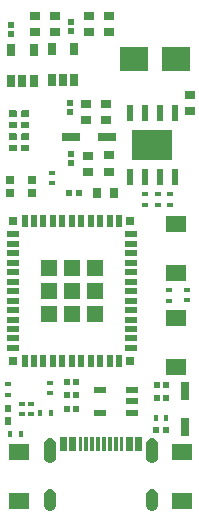
<source format=gtp>
G04*
G04 #@! TF.GenerationSoftware,Altium Limited,Altium Designer,24.6.1 (21)*
G04*
G04 Layer_Color=8421504*
%FSLAX25Y25*%
%MOIN*%
G70*
G04*
G04 #@! TF.SameCoordinates,1986151C-97A1-4A67-A93D-4D8E7053BCD9*
G04*
G04*
G04 #@! TF.FilePolarity,Positive*
G04*
G01*
G75*
%ADD19R,0.02756X0.02756*%
%ADD20R,0.01968X0.03937*%
%ADD21R,0.03937X0.01968*%
%ADD22R,0.02756X0.02756*%
%ADD23R,0.05709X0.05709*%
%ADD24R,0.07087X0.05315*%
%ADD25R,0.04134X0.02362*%
%ADD26R,0.02700X0.04000*%
%ADD27R,0.13386X0.09921*%
%ADD28R,0.02362X0.05709*%
%ADD29R,0.06299X0.03150*%
%ADD30R,0.02165X0.01772*%
%ADD31R,0.09252X0.08465*%
%ADD32R,0.03543X0.02756*%
%ADD33R,0.02047X0.02047*%
%ADD34R,0.02047X0.02047*%
%ADD35R,0.02756X0.03543*%
%ADD36R,0.01772X0.02165*%
%ADD37R,0.03150X0.06299*%
G36*
X20991Y150406D02*
Y148594D01*
X20833Y148437D01*
X18556D01*
X18398Y148594D01*
Y150406D01*
X18556Y150563D01*
X20833D01*
X20991Y150406D01*
D02*
G37*
G36*
X16839D02*
Y148594D01*
X16682Y148437D01*
X14404D01*
X14247Y148594D01*
Y150406D01*
X14404Y150563D01*
X16682D01*
X16839Y150406D01*
D02*
G37*
G36*
X20991Y146572D02*
Y144761D01*
X20833Y144604D01*
X18556D01*
X18398Y144761D01*
Y146572D01*
X18556Y146730D01*
X20833D01*
X20991Y146572D01*
D02*
G37*
G36*
X16839D02*
Y144761D01*
X16682Y144604D01*
X14404D01*
X14247Y144761D01*
Y146572D01*
X14404Y146730D01*
X16682D01*
X16839Y146572D01*
D02*
G37*
G36*
X20991Y142739D02*
Y140928D01*
X20833Y140770D01*
X18556D01*
X18398Y140928D01*
Y142739D01*
X18556Y142896D01*
X20833D01*
X20991Y142739D01*
D02*
G37*
G36*
X16839D02*
Y140928D01*
X16682Y140770D01*
X14404D01*
X14247Y140928D01*
Y142739D01*
X14404Y142896D01*
X16682D01*
X16839Y142739D01*
D02*
G37*
G36*
X20991Y138906D02*
Y137094D01*
X20833Y136937D01*
X18556D01*
X18398Y137094D01*
Y138906D01*
X18556Y139063D01*
X20833D01*
X20991Y138906D01*
D02*
G37*
G36*
X16839D02*
Y137094D01*
X16682Y136937D01*
X14404D01*
X14247Y137094D01*
Y138906D01*
X14404Y139063D01*
X16682D01*
X16839Y138906D01*
D02*
G37*
G36*
X15063Y52333D02*
Y50056D01*
X14906Y49898D01*
X13094D01*
X12937Y50056D01*
Y52333D01*
X13094Y52491D01*
X14906D01*
X15063Y52333D01*
D02*
G37*
G36*
Y48182D02*
Y45904D01*
X14906Y45747D01*
X13094D01*
X12937Y45904D01*
Y48182D01*
X13094Y48340D01*
X14906D01*
X15063Y48182D01*
D02*
G37*
G36*
X58779Y37037D02*
X56417D01*
Y41565D01*
X58779D01*
Y37037D01*
D02*
G37*
G36*
X55630D02*
X53268D01*
Y41565D01*
X55630D01*
Y37037D01*
D02*
G37*
G36*
X52480D02*
X51299D01*
Y41565D01*
X52480D01*
Y37037D01*
D02*
G37*
G36*
X50512D02*
X49330D01*
Y41565D01*
X50512D01*
Y37037D01*
D02*
G37*
G36*
X48543D02*
X47362D01*
Y41565D01*
X48543D01*
Y37037D01*
D02*
G37*
G36*
X46575D02*
X45393D01*
Y41565D01*
X46575D01*
Y37037D01*
D02*
G37*
G36*
X44606D02*
X43425D01*
Y41565D01*
X44606D01*
Y37037D01*
D02*
G37*
G36*
X42638D02*
X41456D01*
Y41565D01*
X42638D01*
Y37037D01*
D02*
G37*
G36*
X40669D02*
X39488D01*
Y41565D01*
X40669D01*
Y37037D01*
D02*
G37*
G36*
X38701D02*
X37519D01*
Y41565D01*
X38701D01*
Y37037D01*
D02*
G37*
G36*
X36732D02*
X34370D01*
Y41565D01*
X36732D01*
Y37037D01*
D02*
G37*
G36*
X33582D02*
X31220D01*
Y41565D01*
X33582D01*
Y37037D01*
D02*
G37*
G36*
X63123Y40871D02*
X63677Y40318D01*
X63977Y39594D01*
Y39202D01*
Y34872D01*
Y34480D01*
X63677Y33757D01*
X63123Y33203D01*
X62400Y32903D01*
X61616D01*
X60893Y33203D01*
X60339Y33757D01*
X60040Y34480D01*
Y34872D01*
Y39202D01*
Y39594D01*
X60339Y40318D01*
X60893Y40871D01*
X61616Y41171D01*
X62400D01*
X63123Y40871D01*
D02*
G37*
G36*
X29107D02*
X29661Y40318D01*
X29961Y39594D01*
Y39202D01*
Y34872D01*
Y34480D01*
X29661Y33757D01*
X29107Y33203D01*
X28384Y32903D01*
X27600D01*
X26877Y33203D01*
X26323Y33757D01*
X26024Y34480D01*
Y34872D01*
Y39202D01*
Y39594D01*
X26323Y40318D01*
X26877Y40871D01*
X27600Y41171D01*
X28384D01*
X29107Y40871D01*
D02*
G37*
G36*
X63123Y23943D02*
X63677Y23389D01*
X63977Y22666D01*
Y22274D01*
Y19124D01*
Y18733D01*
X63677Y18009D01*
X63123Y17456D01*
X62400Y17156D01*
X61616D01*
X60893Y17456D01*
X60339Y18009D01*
X60040Y18733D01*
Y19124D01*
Y22274D01*
Y22666D01*
X60339Y23389D01*
X60893Y23943D01*
X61616Y24242D01*
X62400D01*
X63123Y23943D01*
D02*
G37*
G36*
X29107D02*
X29661Y23389D01*
X29961Y22666D01*
Y22274D01*
Y19124D01*
Y18733D01*
X29661Y18009D01*
X29107Y17456D01*
X28384Y17156D01*
X27600D01*
X26877Y17456D01*
X26323Y18009D01*
X26024Y18733D01*
Y19124D01*
Y22274D01*
Y22666D01*
X26323Y23389D01*
X26877Y23943D01*
X27600Y24242D01*
X28384D01*
X29107Y23943D01*
D02*
G37*
D19*
X22021Y127259D02*
D03*
X14817Y127259D02*
D03*
X14817Y122928D02*
D03*
X22021Y122928D02*
D03*
D20*
X51023Y113504D02*
D03*
X47874D02*
D03*
X44724D02*
D03*
X41575D02*
D03*
X38425D02*
D03*
X35275D02*
D03*
X32126D02*
D03*
X28976D02*
D03*
X25827D02*
D03*
X22677D02*
D03*
X19527D02*
D03*
Y67048D02*
D03*
X22677D02*
D03*
X25827D02*
D03*
X28976D02*
D03*
X32126D02*
D03*
X35275D02*
D03*
X38425D02*
D03*
X41575D02*
D03*
X44724D02*
D03*
X47874D02*
D03*
X51023D02*
D03*
D21*
X15590Y109174D02*
D03*
Y106024D02*
D03*
Y102874D02*
D03*
Y99725D02*
D03*
Y96575D02*
D03*
Y93426D02*
D03*
Y90276D02*
D03*
Y87126D02*
D03*
Y83977D02*
D03*
Y80827D02*
D03*
Y77677D02*
D03*
Y74528D02*
D03*
Y71378D02*
D03*
X54961D02*
D03*
Y74528D02*
D03*
Y77677D02*
D03*
Y80827D02*
D03*
Y83977D02*
D03*
Y87126D02*
D03*
Y90276D02*
D03*
Y93426D02*
D03*
Y96575D02*
D03*
Y99725D02*
D03*
Y102874D02*
D03*
Y106024D02*
D03*
Y109174D02*
D03*
D22*
X54764Y66851D02*
D03*
X15788D02*
D03*
Y113701D02*
D03*
X54764Y113701D02*
D03*
D23*
X35276Y90276D02*
D03*
X43051Y98052D02*
D03*
Y90276D02*
D03*
Y82500D02*
D03*
X35276D02*
D03*
X27500D02*
D03*
Y90276D02*
D03*
Y98051D02*
D03*
X35276D02*
D03*
D24*
X70000Y112669D02*
D03*
Y96331D02*
D03*
X17500Y36669D02*
D03*
Y20331D02*
D03*
X72000D02*
D03*
Y36669D02*
D03*
X70000Y81169D02*
D03*
Y64831D02*
D03*
D25*
X44587Y49760D02*
D03*
Y57240D02*
D03*
X55413D02*
D03*
Y53500D02*
D03*
Y49760D02*
D03*
D26*
X36000Y171000D02*
D03*
X28500D02*
D03*
X36000Y160800D02*
D03*
X32200D02*
D03*
X28500D02*
D03*
X22500Y170500D02*
D03*
X15000D02*
D03*
X22500Y160300D02*
D03*
X18700D02*
D03*
X15000D02*
D03*
D27*
X62000Y139000D02*
D03*
D28*
X54500Y128272D02*
D03*
X59500D02*
D03*
X64500D02*
D03*
X69500D02*
D03*
X54500Y149728D02*
D03*
X59500D02*
D03*
X64500D02*
D03*
X69500D02*
D03*
D29*
X46905Y141500D02*
D03*
X35094D02*
D03*
D30*
X68000Y118957D02*
D03*
Y122500D02*
D03*
X73500Y90772D02*
D03*
Y87228D02*
D03*
X21500Y52772D02*
D03*
Y49228D02*
D03*
X18500D02*
D03*
Y52772D02*
D03*
X14000Y59272D02*
D03*
Y55728D02*
D03*
X28500Y129772D02*
D03*
Y126228D02*
D03*
X67500Y90543D02*
D03*
Y87000D02*
D03*
X28000Y56228D02*
D03*
Y59772D02*
D03*
X59500Y118957D02*
D03*
Y122500D02*
D03*
X64000Y118957D02*
D03*
Y122500D02*
D03*
D31*
X70087Y167500D02*
D03*
X55913D02*
D03*
D32*
X41000Y182012D02*
D03*
Y176500D02*
D03*
X40500Y135441D02*
D03*
Y129929D02*
D03*
X74500Y150244D02*
D03*
Y155756D02*
D03*
X46500Y152756D02*
D03*
Y147244D02*
D03*
X40000D02*
D03*
Y152756D02*
D03*
X47500Y135591D02*
D03*
Y130079D02*
D03*
X23000Y176500D02*
D03*
Y182012D02*
D03*
X47500D02*
D03*
Y176500D02*
D03*
X29500Y182012D02*
D03*
Y176500D02*
D03*
D33*
X15000Y176000D02*
D03*
Y179150D02*
D03*
X34500Y149925D02*
D03*
Y153075D02*
D03*
X35000Y132925D02*
D03*
Y136075D02*
D03*
Y176925D02*
D03*
Y180075D02*
D03*
D34*
X63500Y54500D02*
D03*
X66650D02*
D03*
X63500Y59000D02*
D03*
X66650D02*
D03*
X33500Y51000D02*
D03*
X36650D02*
D03*
Y55500D02*
D03*
X33500D02*
D03*
X63425Y44000D02*
D03*
X66575D02*
D03*
X37575Y123000D02*
D03*
X34425D02*
D03*
X36650Y60000D02*
D03*
X33500D02*
D03*
D35*
X43744Y123000D02*
D03*
X49256D02*
D03*
D36*
X18272Y42500D02*
D03*
X14728D02*
D03*
X28272Y49500D02*
D03*
X24728D02*
D03*
X63228Y48000D02*
D03*
X66772D02*
D03*
D37*
X73000Y45094D02*
D03*
Y56906D02*
D03*
M02*

</source>
